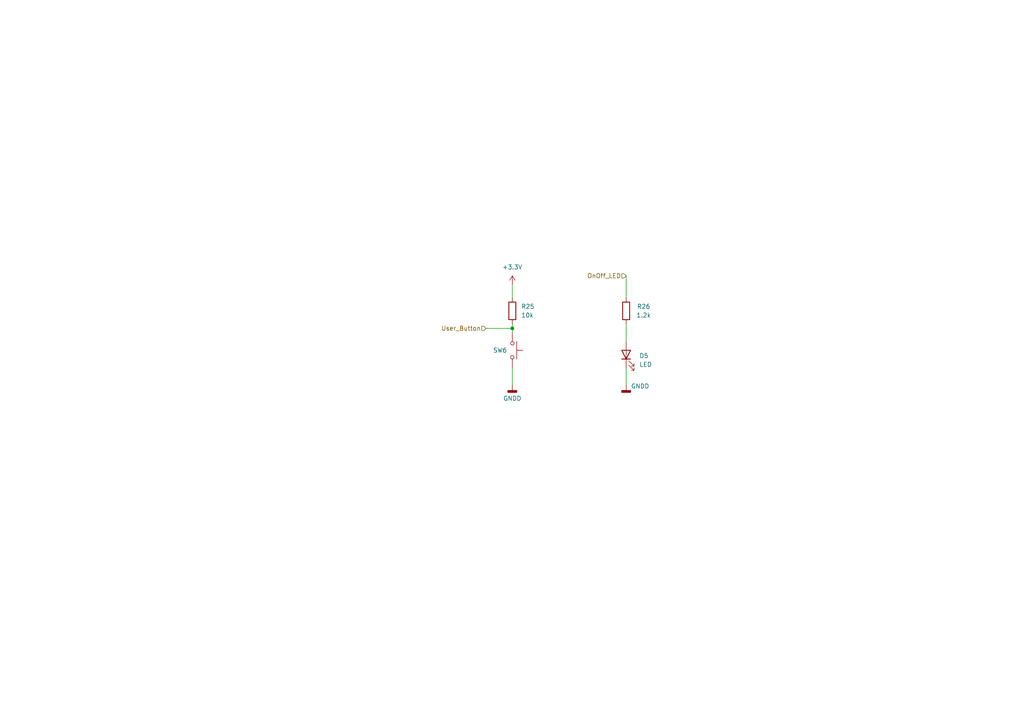
<source format=kicad_sch>
(kicad_sch (version 20250114) (generator "eeschema") (generator_version "9.0")
  (paper "A4")
  (lib_symbols
    (symbol "Device:LED" (pin_numbers (hide yes)) (pin_names (offset 1.016) (hide yes))
      (property "Reference" "D" (at 0 2.54 0))
      (property "Value" "LED" (at 0 -2.54 0))
      (symbol "LED_0_1"
        (polyline (pts (xy -3.048 -0.762) (xy -4.572 -2.286) (xy -3.81 -2.286) (xy -4.572 -2.286) (xy -4.572 -1.524)))
        (polyline (pts (xy -1.778 -0.762) (xy -3.302 -2.286) (xy -2.54 -2.286) (xy -3.302 -2.286) (xy -3.302 -1.524)))
        (polyline (pts (xy -1.27 0) (xy 1.27 0)))
        (polyline (pts (xy -1.27 -1.27) (xy -1.27 1.27)) (stroke (width 0.254)))
        (polyline (pts (xy 1.27 -1.27) (xy 1.27 1.27) (xy -1.27 0) (xy 1.27 -1.27)) (stroke (width 0.254)))
      )
      (symbol "LED_1_1"
        (pin passive line (at -3.81 0 0) (length 2.54) (name "K") (number "1"))
        (pin passive line (at 3.81 0 180) (length 2.54) (name "A") (number "2"))
      )
    )
    (symbol "Device:R" (pin_numbers (hide yes)) (pin_names (offset 0))
      (property "Reference" "R" (at 2.032 0 90))
      (property "Value" "R" (at 0 0 90))
      (symbol "R_0_1"
        (rectangle (start -1.016 -2.54) (end 1.016 2.54) (stroke (width 0.254)))
      )
      (symbol "R_1_1"
        (pin passive line (at 0 3.81 270) (length 1.27) (name "~") (number "1"))
        (pin passive line (at 0 -3.81 90) (length 1.27) (name "~") (number "2"))
      )
    )
    (symbol "Switch:SW_Push" (pin_numbers (hide yes)) (pin_names (offset 1.016) (hide yes))
      (property "Reference" "SW" (at 1.27 2.54 0))
      (property "Value" "SW_Push" (at 0 -1.524 0))
      (symbol "SW_Push_0_1"
        (circle (center -2.032 0) (radius 0.508))
        (polyline (pts (xy 0 1.27) (xy 0 3.048)))
        (circle (center 2.032 0) (radius 0.508))
        (polyline (pts (xy 2.54 1.27) (xy -2.54 1.27)))
        (pin passive line (at -5.08 0 0) (length 2.54) (name "1") (number "1"))
        (pin passive line (at 5.08 0 180) (length 2.54) (name "2") (number "2"))
      )
    )
    (symbol "power:+3.3V" (power) (pin_numbers (hide yes)) (pin_names (offset 0) (hide yes))
      (property "Value" "+3.3V" (at 0 3.556 0))
      (symbol "+3.3V_0_1"
        (polyline (pts (xy -0.762 1.27) (xy 0 2.54)))
        (polyline (pts (xy 0 2.54) (xy 0.762 1.27)))
        (polyline (pts (xy 0 0) (xy 0 2.54)))
      )
      (symbol "+3.3V_1_1"
        (pin power_in line (at 0 0 90) (length 0) (name "~") (number "1"))
      )
    )
    (symbol "power:GNDD" (power) (pin_numbers (hide yes)) (pin_names (offset 0) (hide yes))
      (property "Value" "GNDD" (at 0 -3.175 0))
      (symbol "GNDD_0_1"
        (rectangle (start -1.27 -1.524) (end 1.27 -2.032) (stroke (width 0.254)) (fill (type outline)))
        (polyline (pts (xy 0 0) (xy 0 -1.524)))
      )
      (symbol "GNDD_1_1"
        (pin power_in line (at 0 0 270) (length 0) (name "~") (number "1"))
      )
    )
  )
  (junction (at 148.59 95.25))
  (wire (pts (xy 148.59 95.25) (xy 148.59 96.52)))
  (wire (pts (xy 148.59 82.55) (xy 148.59 86.36)))
  (wire (pts (xy 181.61 93.98) (xy 181.61 99.06)))
  (wire (pts (xy 148.59 106.68) (xy 148.59 111.76)))
  (wire (pts (xy 181.61 80.01) (xy 181.61 86.36)))
  (wire (pts (xy 140.97 95.25) (xy 148.59 95.25)))
  (wire (pts (xy 148.59 93.98) (xy 148.59 95.25)))
  (wire (pts (xy 181.61 111.76) (xy 181.61 106.68)))
  (hierarchical_label "OnOff_LED" (shape input) (at 181.61 80.01 180))
  (hierarchical_label "User_Button" (shape input) (at 140.97 95.25 180))
  (symbol (lib_id "power:GNDD") (at 148.59 111.76 0) (unit 1)
    (property "Reference" "#PWR044" (effects (hide yes)))
    (property "Value" "GNDD" (at 148.59 115.57 0))
    (property "Description" "Power symbol creates a global label with name \"GNDD\" , digital ground" (effects (hide yes)))
  )
  (symbol (lib_id "Device:R") (at 181.61 90.17 0) (unit 1)
    (property "Reference" "R26" (at 186.69 88.9 0))
    (property "Value" "1.2k" (at 186.69 91.44 0))
    (property "Footprint" "Resistor_SMD:R_0603_1608Metric" (effects (hide yes)))
    (property "Description" "Resistor" (effects (hide yes)))
  )
  (symbol (lib_id "power:GNDD") (at 181.61 111.76 0) (unit 1)
    (property "Reference" "#PWR045" (effects (hide yes)))
    (property "Value" "GNDD" (at 185.674 112.014 0))
    (property "Description" "Power symbol creates a global label with name \"GNDD\" , digital ground" (effects (hide yes)))
  )
  (symbol (lib_id "power:+3.3V") (at 148.59 82.55 0) (unit 1)
    (property "Reference" "#PWR043" (effects (hide yes)))
    (property "Value" "+3.3V" (at 148.59 77.47 0))
    (property "Description" "Power symbol creates a global label with name \"+3.3V\"" (effects (hide yes)))
  )
  (symbol (lib_id "Device:R") (at 148.59 90.17 0) (unit 1)
    (property "Reference" "R25" (at 151.13 88.8999 0) (effects (justify left)))
    (property "Value" "10k" (at 151.13 91.4399 0) (effects (justify left)))
    (property "Footprint" "Resistor_SMD:R_0603_1608Metric" (effects (hide yes)))
    (property "Description" "Resistor" (effects (hide yes)))
  )
  (symbol (lib_id "Device:LED") (at 181.61 102.87 90) (unit 1)
    (property "Reference" "D5" (at 185.42 103.1874 90) (effects (justify right)))
    (property "Value" "LED" (at 185.42 105.7274 90) (effects (justify right)))
    (property "Footprint" "LED_SMD:LED_0603_1608Metric" (effects (hide yes)))
    (property "Description" "Light emitting diode" (effects (hide yes)))
    (property "Sim.Pins" "1=K 2=A" (effects (hide yes)))
  )
  (symbol (lib_id "Switch:SW_Push") (at 148.59 101.6 270) (unit 1)
    (property "Reference" "SW6" (at 145.034 101.6 90))
    (property "Value" "SW_Push" (effects (hide yes)))
    (property "Footprint" "Button_Switch_SMD:SW_SPST_TL3305A" (effects (hide yes)))
    (property "Description" "Push button switch, generic, two pins" (effects (hide yes)))
  )
)
</source>
